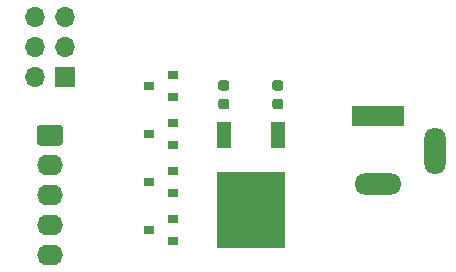
<source format=gbr>
G04 #@! TF.GenerationSoftware,KiCad,Pcbnew,5.1.9-73d0e3b20d~88~ubuntu20.04.1*
G04 #@! TF.CreationDate,2021-03-27T21:05:45+01:00*
G04 #@! TF.ProjectId,RGB_strip,5247425f-7374-4726-9970-2e6b69636164,rev?*
G04 #@! TF.SameCoordinates,Original*
G04 #@! TF.FileFunction,Soldermask,Bot*
G04 #@! TF.FilePolarity,Negative*
%FSLAX46Y46*%
G04 Gerber Fmt 4.6, Leading zero omitted, Abs format (unit mm)*
G04 Created by KiCad (PCBNEW 5.1.9-73d0e3b20d~88~ubuntu20.04.1) date 2021-03-27 21:05:45*
%MOMM*%
%LPD*%
G01*
G04 APERTURE LIST*
%ADD10O,1.700000X1.700000*%
%ADD11R,1.700000X1.700000*%
%ADD12O,1.800000X4.000000*%
%ADD13O,4.000000X1.800000*%
%ADD14R,4.400000X1.800000*%
%ADD15O,2.200000X1.740000*%
%ADD16R,0.900000X0.800000*%
%ADD17R,1.200000X2.200000*%
%ADD18R,5.800000X6.400000*%
G04 APERTURE END LIST*
D10*
X105283000Y-88138000D03*
X107823000Y-88138000D03*
X105283000Y-90678000D03*
X107823000Y-90678000D03*
X105283000Y-93218000D03*
D11*
X107823000Y-93218000D03*
G36*
G01*
X121541250Y-94392000D02*
X121028750Y-94392000D01*
G75*
G02*
X120810000Y-94173250I0J218750D01*
G01*
X120810000Y-93735750D01*
G75*
G02*
X121028750Y-93517000I218750J0D01*
G01*
X121541250Y-93517000D01*
G75*
G02*
X121760000Y-93735750I0J-218750D01*
G01*
X121760000Y-94173250D01*
G75*
G02*
X121541250Y-94392000I-218750J0D01*
G01*
G37*
G36*
G01*
X121541250Y-95967000D02*
X121028750Y-95967000D01*
G75*
G02*
X120810000Y-95748250I0J218750D01*
G01*
X120810000Y-95310750D01*
G75*
G02*
X121028750Y-95092000I218750J0D01*
G01*
X121541250Y-95092000D01*
G75*
G02*
X121760000Y-95310750I0J-218750D01*
G01*
X121760000Y-95748250D01*
G75*
G02*
X121541250Y-95967000I-218750J0D01*
G01*
G37*
G36*
G01*
X126113250Y-95967000D02*
X125600750Y-95967000D01*
G75*
G02*
X125382000Y-95748250I0J218750D01*
G01*
X125382000Y-95310750D01*
G75*
G02*
X125600750Y-95092000I218750J0D01*
G01*
X126113250Y-95092000D01*
G75*
G02*
X126332000Y-95310750I0J-218750D01*
G01*
X126332000Y-95748250D01*
G75*
G02*
X126113250Y-95967000I-218750J0D01*
G01*
G37*
G36*
G01*
X126113250Y-94392000D02*
X125600750Y-94392000D01*
G75*
G02*
X125382000Y-94173250I0J218750D01*
G01*
X125382000Y-93735750D01*
G75*
G02*
X125600750Y-93517000I218750J0D01*
G01*
X126113250Y-93517000D01*
G75*
G02*
X126332000Y-93735750I0J-218750D01*
G01*
X126332000Y-94173250D01*
G75*
G02*
X126113250Y-94392000I-218750J0D01*
G01*
G37*
D12*
X139166000Y-99520000D03*
D13*
X134366000Y-102320000D03*
D14*
X134366000Y-96520000D03*
G36*
G01*
X105702999Y-97301000D02*
X107403001Y-97301000D01*
G75*
G02*
X107653000Y-97550999I0J-249999D01*
G01*
X107653000Y-98791001D01*
G75*
G02*
X107403001Y-99041000I-249999J0D01*
G01*
X105702999Y-99041000D01*
G75*
G02*
X105453000Y-98791001I0J249999D01*
G01*
X105453000Y-97550999D01*
G75*
G02*
X105702999Y-97301000I249999J0D01*
G01*
G37*
D15*
X106553000Y-100711000D03*
X106553000Y-103251000D03*
X106553000Y-105791000D03*
X106553000Y-108331000D03*
D16*
X116951000Y-93030000D03*
X116951000Y-94930000D03*
X114951000Y-93980000D03*
X116951000Y-97094000D03*
X116951000Y-98994000D03*
X114951000Y-98044000D03*
X114951000Y-102108000D03*
X116951000Y-103058000D03*
X116951000Y-101158000D03*
X114951000Y-106172000D03*
X116951000Y-107122000D03*
X116951000Y-105222000D03*
D17*
X121291000Y-98162000D03*
X125851000Y-98162000D03*
D18*
X123571000Y-104462000D03*
M02*

</source>
